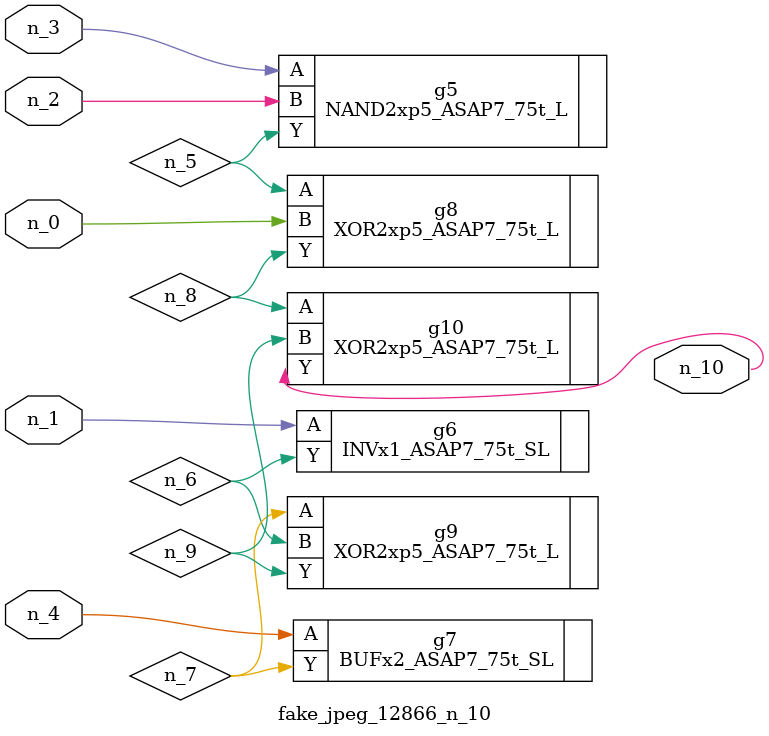
<source format=v>
module fake_jpeg_12866_n_10 (n_3, n_2, n_1, n_0, n_4, n_10);

input n_3;
input n_2;
input n_1;
input n_0;
input n_4;

output n_10;

wire n_8;
wire n_9;
wire n_6;
wire n_5;
wire n_7;

NAND2xp5_ASAP7_75t_L g5 ( 
.A(n_3),
.B(n_2),
.Y(n_5)
);

INVx1_ASAP7_75t_SL g6 ( 
.A(n_1),
.Y(n_6)
);

BUFx2_ASAP7_75t_SL g7 ( 
.A(n_4),
.Y(n_7)
);

XOR2xp5_ASAP7_75t_L g8 ( 
.A(n_5),
.B(n_0),
.Y(n_8)
);

XOR2xp5_ASAP7_75t_L g10 ( 
.A(n_8),
.B(n_9),
.Y(n_10)
);

XOR2xp5_ASAP7_75t_L g9 ( 
.A(n_7),
.B(n_6),
.Y(n_9)
);


endmodule
</source>
